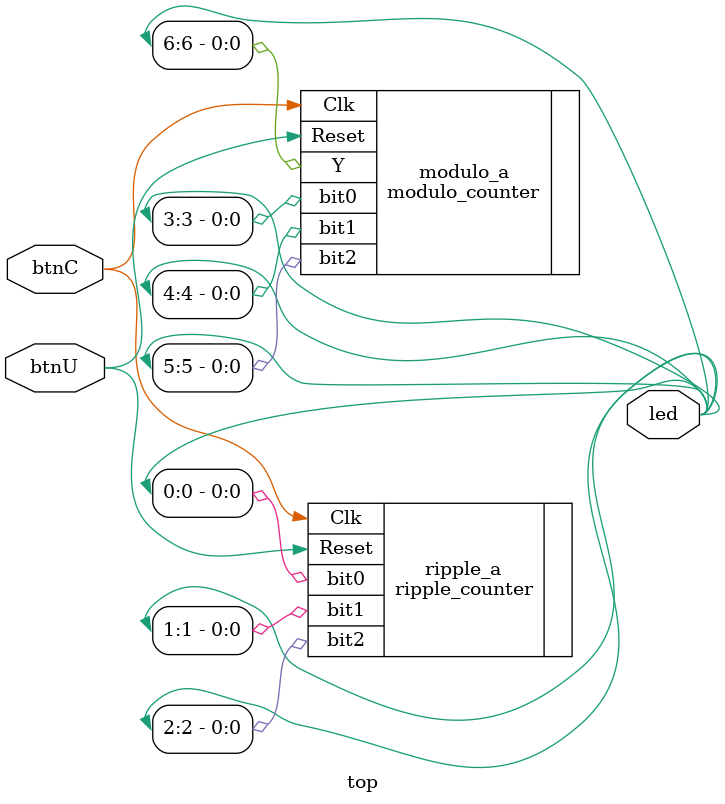
<source format=v>
module top(
    input btnU, btnC,
    output [6:0]led
);
    
    modulo_counter modulo_a(
        .Clk(btnC),
        .Reset(btnU),
        .bit0(led[3]),
        .bit1(led[4]),
        .bit2(led[5]),
        .Y(led[6])
    );
    
    ripple_counter ripple_a(
        .Clk(btnC),
        .Reset(btnU),
        .bit0(led[0]),
        .bit1(led[1]),
        .bit2(led[2])
    );
    
endmodule

</source>
